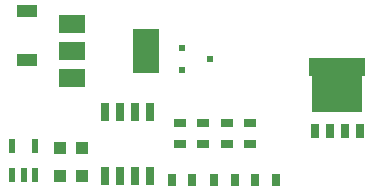
<source format=gbr>
G04 #@! TF.GenerationSoftware,KiCad,Pcbnew,5.1.0-unknown-9e240db~82~ubuntu18.04.1*
G04 #@! TF.CreationDate,2019-04-20T17:35:07+02:00*
G04 #@! TF.ProjectId,VoltMax PWM Board B,566f6c74-4d61-4782-9050-574d20426f61,rev?*
G04 #@! TF.SameCoordinates,Original*
G04 #@! TF.FileFunction,Paste,Bot*
G04 #@! TF.FilePolarity,Positive*
%FSLAX46Y46*%
G04 Gerber Fmt 4.6, Leading zero omitted, Abs format (unit mm)*
G04 Created by KiCad (PCBNEW 5.1.0-unknown-9e240db~82~ubuntu18.04.1) date 2019-04-20 17:35:07*
%MOMM*%
%LPD*%
G04 APERTURE LIST*
%ADD10R,4.700000X1.500000*%
%ADD11R,4.200000X3.100000*%
%ADD12R,0.700000X1.150000*%
%ADD13R,1.000000X0.670000*%
%ADD14R,1.000000X1.000000*%
%ADD15R,1.720000X1.120000*%
%ADD16R,0.650000X1.525000*%
%ADD17R,2.200000X3.800000*%
%ADD18R,2.200000X1.500000*%
%ADD19R,0.575000X0.620000*%
%ADD20R,0.670000X1.000000*%
%ADD21R,0.600000X1.200000*%
G04 APERTURE END LIST*
D10*
X181650000Y-97450000D03*
D11*
X181650000Y-99750000D03*
D12*
X179745000Y-102925000D03*
X181015000Y-102925000D03*
X182285000Y-102925000D03*
X183555000Y-102925000D03*
D13*
X168300000Y-102225000D03*
X168300000Y-103975000D03*
X170300000Y-102225000D03*
X170300000Y-103975000D03*
X172300000Y-102225000D03*
X172300000Y-103975000D03*
X174300000Y-102225000D03*
X174300000Y-103975000D03*
D14*
X160050000Y-104300000D03*
X158150000Y-104300000D03*
X158150000Y-106700000D03*
X160050000Y-106700000D03*
D15*
X155400000Y-96875000D03*
X155400000Y-92725000D03*
D16*
X165805000Y-101288000D03*
X164535000Y-101288000D03*
X163265000Y-101288000D03*
X161995000Y-101288000D03*
X161995000Y-106712000D03*
X163265000Y-106712000D03*
X164535000Y-106712000D03*
X165805000Y-106712000D03*
D17*
X165450000Y-96100000D03*
D18*
X159150000Y-98400000D03*
X159150000Y-96100000D03*
X159150000Y-93800000D03*
D19*
X170888000Y-96800000D03*
X168512000Y-95850000D03*
X168512000Y-97750000D03*
D20*
X174725000Y-107000000D03*
X176475000Y-107000000D03*
X172975000Y-107000000D03*
X171225000Y-107000000D03*
X169375000Y-107000000D03*
X167625000Y-107000000D03*
D21*
X156050000Y-104150000D03*
X154150000Y-104150000D03*
X154150000Y-106650000D03*
X155100000Y-106650000D03*
X156050000Y-106650000D03*
M02*

</source>
